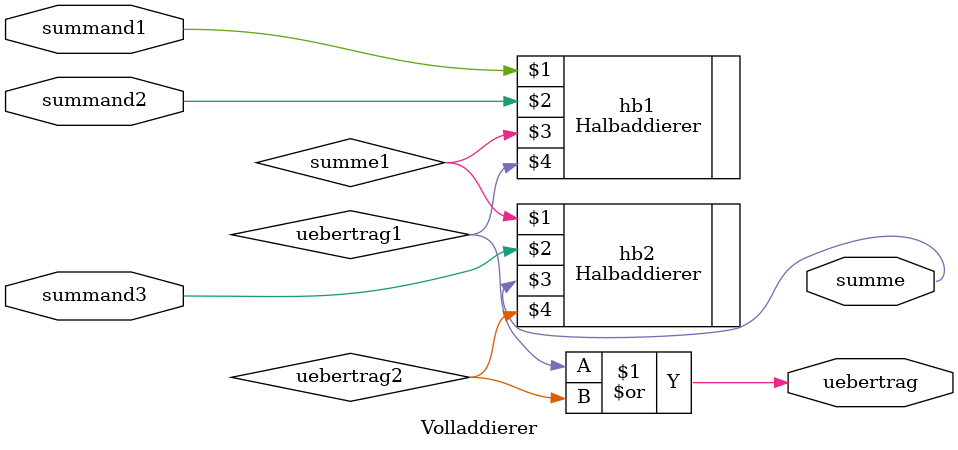
<source format=v>
`include "Halbaddierer.v"

module Volladdierer
        (
            input summand1,
            input summand2,
            input summand3,

            output summe,
            output uebertrag
        );
    wire summe1;
    wire uebertrag1;
    wire uebertrag2;
    assign uebertrag = uebertrag1 | uebertrag2;
    Halbaddierer hb1 (summand1, summand2, summe1, uebertrag1);
    Halbaddierer hb2 (summe1, summand3, summe, uebertrag2);
endmodule
</source>
